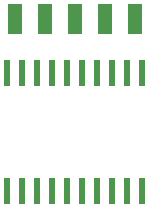
<source format=gbp>
G75*
%MOIN*%
%OFA0B0*%
%FSLAX24Y24*%
%IPPOS*%
%LPD*%
%AMOC8*
5,1,8,0,0,1.08239X$1,22.5*
%
%ADD10R,0.0236X0.0866*%
%ADD11R,0.0500X0.1000*%
D10*
X003947Y004081D03*
X004447Y004081D03*
X004947Y004081D03*
X005447Y004081D03*
X005947Y004081D03*
X006447Y004081D03*
X006947Y004081D03*
X007447Y004081D03*
X007947Y004081D03*
X008447Y004081D03*
X008447Y008019D03*
X007947Y008019D03*
X007447Y008019D03*
X006947Y008019D03*
X006447Y008019D03*
X005947Y008019D03*
X005447Y008019D03*
X004947Y008019D03*
X004447Y008019D03*
X003947Y008019D03*
D11*
X004197Y009800D03*
X005197Y009800D03*
X006197Y009800D03*
X007197Y009800D03*
X008197Y009800D03*
M02*

</source>
